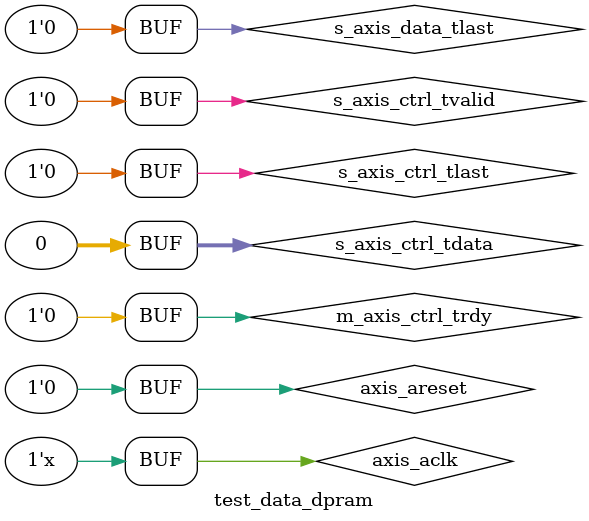
<source format=v>
`timescale 1ns / 1ps


module test_data_dpram;

	// Inputs
	reg axis_aclk;
	reg axis_areset;
	reg s_axis_ctrl_tvalid;
	reg s_axis_ctrl_tlast;
	reg [31:0] s_axis_ctrl_tdata;
	reg s_axis_data_tvalid;
	reg s_axis_data_tlast;
	reg [31:0] s_axis_data_tdata;
	reg m_axis_ctrl_trdy;
	reg m_axis_data_trdy;

	// Outputs
	wire s_axis_ctrl_trdy;
	wire s_axis_data_trdy;
	wire m_axis_ctrl_tvalid;
	wire m_axis_ctrl_tlast;
	wire [31:0] m_axis_ctrl_tdata;
	wire m_axis_data_tvalid;
	wire m_axis_data_tlast;
	wire [63:0] m_axis_data_tdata;
	
	reg [39:0] count;

	// Instantiate the Unit Under Test (UUT)
	data_dpram uut(
		.axis_aclk(axis_aclk), 
		.axis_areset(axis_areset), 
		.s_axis_ctrl_tvalid(s_axis_ctrl_tvalid), 
		.s_axis_ctrl_tlast(s_axis_ctrl_tlast), 
		.s_axis_ctrl_tdata(s_axis_ctrl_tdata), 
		.s_axis_ctrl_trdy(s_axis_ctrl_trdy), 
		.s_axis_data_tvalid(s_axis_data_tvalid), 
		.s_axis_data_tlast(s_axis_data_tlast), 
		.s_axis_data_tdata(s_axis_data_tdata), 
		.s_axis_data_trdy(s_axis_data_trdy), 
		.m_axis_ctrl_tvalid(m_axis_ctrl_tvalid), 
		.m_axis_ctrl_tlast(m_axis_ctrl_tlast), 
		.m_axis_ctrl_tdata(m_axis_ctrl_tdata), 
		.m_axis_ctrl_trdy(m_axis_ctrl_trdy), 
		.m_axis_data_tvalid(m_axis_data_tvalid), 
		.m_axis_data_tlast(m_axis_data_tlast), 
		.m_axis_data_tdata(m_axis_data_tdata), 
		.m_axis_data_trdy(m_axis_data_trdy)
	);

	initial begin
		// Initialize Inputs
		axis_aclk = 0;
		axis_areset = 0;
		s_axis_ctrl_tvalid = 0;
		s_axis_ctrl_tlast = 0;
		s_axis_ctrl_tdata = 0;
		s_axis_data_tlast = 0;
		m_axis_ctrl_trdy = 0;
		m_axis_data_trdy = 0;

		// Wait 100 ns for global reset to finish
		#10;
		axis_areset = 1;
		#10;
		axis_areset = 0;
		#10;
        
		// Add stimulus here

	end
	
	always
		#5 axis_aclk = ~axis_aclk;
	
	always @(posedge axis_aclk or posedge axis_areset) begin
		if(axis_areset == 1'b1) begin
			count <= 40'd0;
		end
		else begin
			count <= count + 1'd1;
		end
	end
	
	always @(posedge axis_aclk or posedge axis_areset) begin
		if(axis_areset == 1'b1) begin
			s_axis_data_tvalid	<= 1'b0;
			s_axis_data_tdata	<= 32'd0;
		end
		else if(count[2:0] == 3'd3) begin
			s_axis_data_tvalid	<= 1'b1;
			s_axis_data_tdata	<= count[34:3];
		end
		else begin
			s_axis_data_tvalid	<= 1'b0;
			s_axis_data_tdata	<= s_axis_data_tdata;
		end
	end
	
	always @(posedge axis_aclk or posedge axis_areset) begin
		if(axis_areset == 1'b1) begin
			m_axis_data_trdy		<= 1'b0;
		end
		else if((count[9]==1'b0) && (count[2:0]==3'd7)) begin
			m_axis_data_trdy		<= 1'b1;
		end
		else if((count[9]==1'b1) && (count[3:0]==4'd15)) begin
			m_axis_data_trdy		<= 1'b1;
		end
		else begin
			m_axis_data_trdy		<= 1'b1;
		end
	end
	
endmodule

</source>
